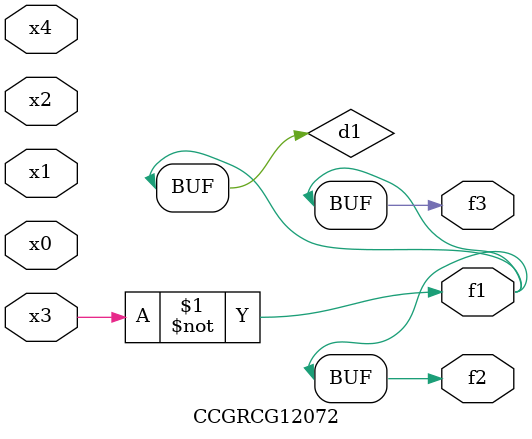
<source format=v>
module CCGRCG12072(
	input x0, x1, x2, x3, x4,
	output f1, f2, f3
);

	wire d1, d2;

	xnor (d1, x3);
	not (d2, x1);
	assign f1 = d1;
	assign f2 = d1;
	assign f3 = d1;
endmodule

</source>
